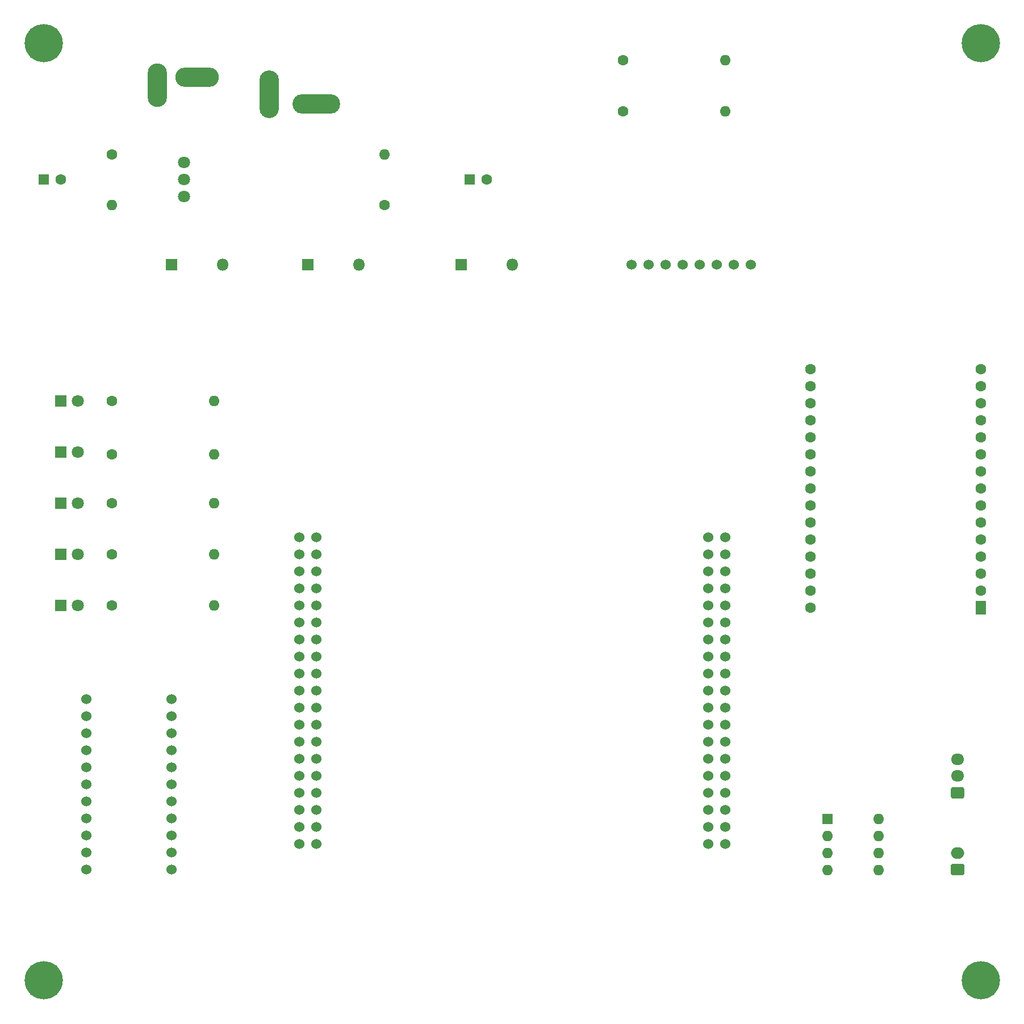
<source format=gbr>
G04 #@! TF.GenerationSoftware,KiCad,Pcbnew,7.0.2*
G04 #@! TF.CreationDate,2023-07-24T17:38:17+09:00*
G04 #@! TF.ProjectId,main_board,6d61696e-5f62-46f6-9172-642e6b696361,rev?*
G04 #@! TF.SameCoordinates,Original*
G04 #@! TF.FileFunction,Soldermask,Top*
G04 #@! TF.FilePolarity,Negative*
%FSLAX46Y46*%
G04 Gerber Fmt 4.6, Leading zero omitted, Abs format (unit mm)*
G04 Created by KiCad (PCBNEW 7.0.2) date 2023-07-24 17:38:17*
%MOMM*%
%LPD*%
G01*
G04 APERTURE LIST*
G04 Aperture macros list*
%AMRoundRect*
0 Rectangle with rounded corners*
0 $1 Rounding radius*
0 $2 $3 $4 $5 $6 $7 $8 $9 X,Y pos of 4 corners*
0 Add a 4 corners polygon primitive as box body*
4,1,4,$2,$3,$4,$5,$6,$7,$8,$9,$2,$3,0*
0 Add four circle primitives for the rounded corners*
1,1,$1+$1,$2,$3*
1,1,$1+$1,$4,$5*
1,1,$1+$1,$6,$7*
1,1,$1+$1,$8,$9*
0 Add four rect primitives between the rounded corners*
20,1,$1+$1,$2,$3,$4,$5,0*
20,1,$1+$1,$4,$5,$6,$7,0*
20,1,$1+$1,$6,$7,$8,$9,0*
20,1,$1+$1,$8,$9,$2,$3,0*%
G04 Aperture macros list end*
%ADD10R,1.800000X1.800000*%
%ADD11O,1.800000X1.800000*%
%ADD12C,1.600000*%
%ADD13O,1.600000X1.600000*%
%ADD14R,1.600000X2.000000*%
%ADD15RoundRect,0.250000X0.750000X-0.600000X0.750000X0.600000X-0.750000X0.600000X-0.750000X-0.600000X0*%
%ADD16O,2.000000X1.700000*%
%ADD17C,1.800000*%
%ADD18C,1.524000*%
%ADD19C,5.700000*%
%ADD20O,2.900000X7.100000*%
%ADD21O,7.100000X2.900000*%
%ADD22O,2.900000X6.500000*%
%ADD23O,6.500000X2.900000*%
%ADD24RoundRect,0.250000X0.725000X-0.600000X0.725000X0.600000X-0.725000X0.600000X-0.725000X-0.600000X0*%
%ADD25O,1.950000X1.700000*%
%ADD26R,1.600000X1.600000*%
G04 APERTURE END LIST*
D10*
X52070000Y-60960000D03*
D11*
X59690000Y-60960000D03*
D12*
X83820000Y-52010000D03*
D13*
X83820000Y-44510000D03*
D14*
X172720000Y-112035000D03*
D12*
X172720000Y-109495000D03*
X172720000Y-106955000D03*
X172720000Y-104415000D03*
X172720000Y-101875000D03*
X172720000Y-99335000D03*
X172720000Y-96795000D03*
X172720000Y-94255000D03*
X172720000Y-91715000D03*
X172720000Y-89175000D03*
X172720000Y-86635000D03*
X172720000Y-84095000D03*
X172720000Y-81555000D03*
X172720000Y-79015000D03*
X172720000Y-76475000D03*
X147320000Y-76475000D03*
X147320000Y-79015000D03*
X147320000Y-81555000D03*
X147320000Y-84095000D03*
X147320000Y-86635000D03*
X147320000Y-89175000D03*
X147320000Y-91715000D03*
X147320000Y-94255000D03*
X147320000Y-96795000D03*
X147320000Y-99335000D03*
X147320000Y-101875000D03*
X147320000Y-104415000D03*
X147320000Y-106955000D03*
X147320000Y-109495000D03*
X147320000Y-112035000D03*
D15*
X169270000Y-151110000D03*
D16*
X169270000Y-148610000D03*
D12*
X43180000Y-104140000D03*
D13*
X58420000Y-104140000D03*
D12*
X43180000Y-111760000D03*
D13*
X58420000Y-111760000D03*
D10*
X35560000Y-81280000D03*
D17*
X38100000Y-81280000D03*
D12*
X119380000Y-38100000D03*
D13*
X134620000Y-38100000D03*
D10*
X95250000Y-60960000D03*
D11*
X102870000Y-60960000D03*
D12*
X43180000Y-89230000D03*
D13*
X58420000Y-89230000D03*
D10*
X72390000Y-60960000D03*
D11*
X80010000Y-60960000D03*
D10*
X35560000Y-96520000D03*
D17*
X38100000Y-96520000D03*
D18*
X39370000Y-125730000D03*
X39370000Y-128270000D03*
X39370000Y-130810000D03*
X39370000Y-133350000D03*
X39370000Y-135890000D03*
X39370000Y-138430000D03*
X39370000Y-140970000D03*
X39370000Y-143510000D03*
X39370000Y-146050000D03*
X39370000Y-148590000D03*
X39370000Y-151130000D03*
X52070000Y-151130000D03*
X52070000Y-148590000D03*
X52070000Y-146050000D03*
X52070000Y-143510000D03*
X52070000Y-140970000D03*
X52070000Y-138430000D03*
X52070000Y-135890000D03*
X52070000Y-133350000D03*
X52070000Y-130810000D03*
X52070000Y-128270000D03*
X52070000Y-125730000D03*
D10*
X35560000Y-104140000D03*
D17*
X38100000Y-104140000D03*
D19*
X33020000Y-27940000D03*
D12*
X43180000Y-44510000D03*
D13*
X43180000Y-52010000D03*
D20*
X66660000Y-35560000D03*
D21*
X73660000Y-36935000D03*
D19*
X172720000Y-27940000D03*
D10*
X35560000Y-88900000D03*
D17*
X38100000Y-88900000D03*
D19*
X172720000Y-167640000D03*
X33020000Y-167640000D03*
D18*
X120650000Y-60960000D03*
X123190000Y-60960000D03*
X125730000Y-60960000D03*
X128270000Y-60960000D03*
X130810000Y-60960000D03*
X133350000Y-60960000D03*
X135890000Y-60960000D03*
X138430000Y-60960000D03*
D17*
X54000000Y-45720000D03*
X54000000Y-48260000D03*
X54000000Y-50800000D03*
D12*
X43180000Y-96520000D03*
D13*
X58420000Y-96520000D03*
D12*
X43180000Y-81280000D03*
D13*
X58420000Y-81280000D03*
D22*
X49980000Y-34195000D03*
D23*
X55880000Y-33020000D03*
D24*
X169270000Y-139660000D03*
D25*
X169270000Y-137160000D03*
X169270000Y-134660000D03*
D26*
X33060000Y-48260000D03*
D12*
X35560000Y-48260000D03*
D26*
X96560000Y-48260000D03*
D12*
X99060000Y-48260000D03*
D10*
X35560000Y-111760000D03*
D17*
X38100000Y-111760000D03*
D12*
X119380000Y-30480000D03*
D13*
X134620000Y-30480000D03*
D18*
X71120000Y-101600000D03*
X73660000Y-101600000D03*
X71120000Y-104140000D03*
X73660000Y-104140000D03*
X71120000Y-106680000D03*
X73660000Y-106680000D03*
X71120000Y-109220000D03*
X73660000Y-109220000D03*
X71120000Y-111760000D03*
X73660000Y-111760000D03*
X71120000Y-114300000D03*
X73660000Y-114300000D03*
X71120000Y-116840000D03*
X73660000Y-116840000D03*
X71120000Y-119380000D03*
X73660000Y-119380000D03*
X71120000Y-121920000D03*
X73660000Y-121920000D03*
X71120000Y-124460000D03*
X73660000Y-124460000D03*
X71120000Y-127000000D03*
X73660000Y-127000000D03*
X71120000Y-129540000D03*
X73660000Y-129540000D03*
X71120000Y-132080000D03*
X73660000Y-132080000D03*
X71120000Y-134620000D03*
X73660000Y-134620000D03*
X71120000Y-137160000D03*
X73660000Y-137160000D03*
X71120000Y-139700000D03*
X73660000Y-139700000D03*
X71120000Y-142240000D03*
X73660000Y-142240000D03*
X71120000Y-144780000D03*
X73660000Y-144780000D03*
X71120000Y-147320000D03*
X73660000Y-147320000D03*
X132080000Y-101600000D03*
X134620000Y-101600000D03*
X132080000Y-104140000D03*
X134620000Y-104140000D03*
X132080000Y-106680000D03*
X134620000Y-106680000D03*
X132080000Y-109220000D03*
X134620000Y-109220000D03*
X132080000Y-111760000D03*
X134620000Y-111760000D03*
X132080000Y-114300000D03*
X134620000Y-114300000D03*
X132080000Y-116840000D03*
X134620000Y-116840000D03*
X132080000Y-119380000D03*
X134620000Y-119380000D03*
X132080000Y-121920000D03*
X134620000Y-121920000D03*
X132080000Y-124460000D03*
X134620000Y-124460000D03*
X132080000Y-127000000D03*
X134620000Y-127000000D03*
X132080000Y-129540000D03*
X134620000Y-129540000D03*
X132080000Y-132080000D03*
X134620000Y-132080000D03*
X132080000Y-134620000D03*
X134620000Y-134620000D03*
X132080000Y-137160000D03*
X134620000Y-137160000D03*
X132080000Y-139700000D03*
X134620000Y-139700000D03*
X132080000Y-142240000D03*
X134620000Y-142240000D03*
X132080000Y-144780000D03*
X134620000Y-144780000D03*
X132080000Y-147320000D03*
X134620000Y-147320000D03*
D26*
X149860000Y-143520000D03*
D13*
X149860000Y-146060000D03*
X149860000Y-148600000D03*
X149860000Y-151140000D03*
X157480000Y-151140000D03*
X157480000Y-148600000D03*
X157480000Y-146060000D03*
X157480000Y-143520000D03*
M02*

</source>
